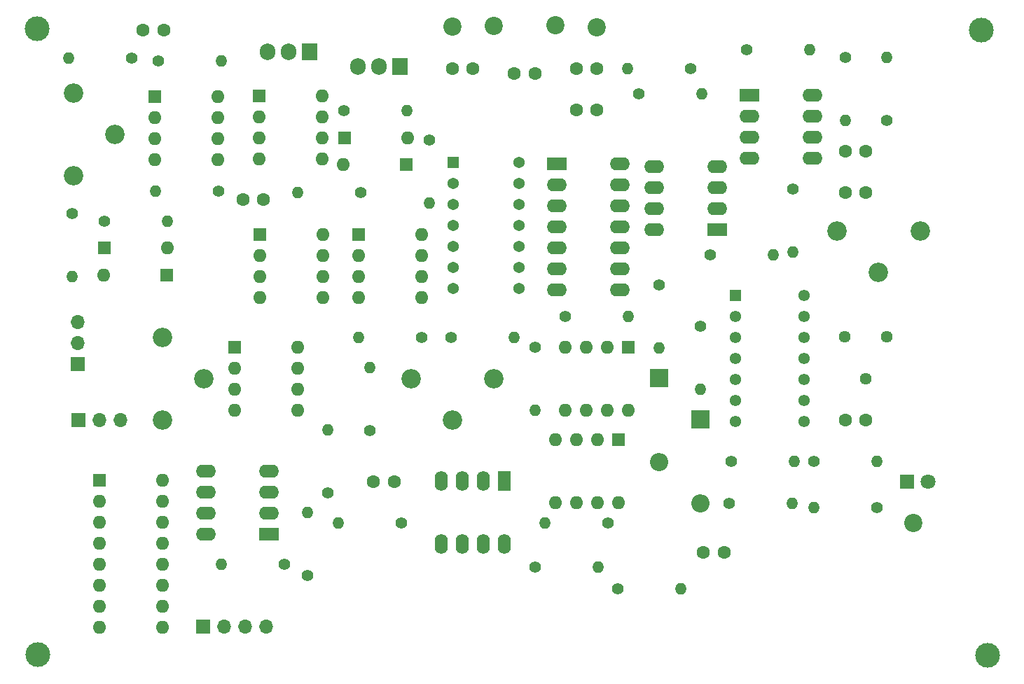
<source format=gbr>
%TF.GenerationSoftware,KiCad,Pcbnew,7.0.10*%
%TF.CreationDate,2024-04-02T15:07:52+05:30*%
%TF.ProjectId,Metal_detector,4d657461-6c5f-4646-9574-6563746f722e,rev?*%
%TF.SameCoordinates,Original*%
%TF.FileFunction,Soldermask,Bot*%
%TF.FilePolarity,Negative*%
%FSLAX46Y46*%
G04 Gerber Fmt 4.6, Leading zero omitted, Abs format (unit mm)*
G04 Created by KiCad (PCBNEW 7.0.10) date 2024-04-02 15:07:52*
%MOMM*%
%LPD*%
G01*
G04 APERTURE LIST*
G04 Aperture macros list*
%AMRoundRect*
0 Rectangle with rounded corners*
0 $1 Rounding radius*
0 $2 $3 $4 $5 $6 $7 $8 $9 X,Y pos of 4 corners*
0 Add a 4 corners polygon primitive as box body*
4,1,4,$2,$3,$4,$5,$6,$7,$8,$9,$2,$3,0*
0 Add four circle primitives for the rounded corners*
1,1,$1+$1,$2,$3*
1,1,$1+$1,$4,$5*
1,1,$1+$1,$6,$7*
1,1,$1+$1,$8,$9*
0 Add four rect primitives between the rounded corners*
20,1,$1+$1,$2,$3,$4,$5,0*
20,1,$1+$1,$4,$5,$6,$7,0*
20,1,$1+$1,$6,$7,$8,$9,0*
20,1,$1+$1,$8,$9,$2,$3,0*%
G04 Aperture macros list end*
%ADD10C,1.400000*%
%ADD11O,1.400000X1.400000*%
%ADD12R,1.905000X2.000000*%
%ADD13O,1.905000X2.000000*%
%ADD14R,1.600000X1.600000*%
%ADD15O,1.600000X1.600000*%
%ADD16R,1.700000X1.700000*%
%ADD17O,1.700000X1.700000*%
%ADD18R,2.200000X2.200000*%
%ADD19O,2.200000X2.200000*%
%ADD20C,3.000000*%
%ADD21C,1.600000*%
%ADD22C,2.200000*%
%ADD23R,2.400000X1.600000*%
%ADD24O,2.400000X1.600000*%
%ADD25R,1.800000X1.800000*%
%ADD26C,1.800000*%
%ADD27RoundRect,0.102000X-0.590000X-0.590000X0.590000X-0.590000X0.590000X0.590000X-0.590000X0.590000X0*%
%ADD28C,1.384000*%
%ADD29C,2.340000*%
%ADD30R,1.600000X2.400000*%
%ADD31O,1.600000X2.400000*%
%ADD32RoundRect,0.102000X-0.585000X-0.585000X0.585000X-0.585000X0.585000X0.585000X-0.585000X0.585000X0*%
%ADD33C,1.374000*%
%ADD34C,1.440000*%
G04 APERTURE END LIST*
D10*
%TO.C,R14*%
X90017600Y-85420200D03*
D11*
X97637600Y-85420200D03*
%TD*%
D10*
%TO.C,R13*%
X103505000Y-75107800D03*
D11*
X111125000Y-75107800D03*
%TD*%
D12*
%TO.C,Q1*%
X63652400Y-22270600D03*
D13*
X61112400Y-22270600D03*
X58572400Y-22270600D03*
%TD*%
D10*
%TO.C,R10*%
X103690000Y-70000000D03*
D11*
X111310000Y-70000000D03*
%TD*%
D10*
%TO.C,R7*%
X117500000Y-21190000D03*
D11*
X117500000Y-28810000D03*
%TD*%
D10*
%TO.C,R31*%
X31292800Y-21209000D03*
D11*
X23672800Y-21209000D03*
%TD*%
D14*
%TO.C,U1*%
X46644400Y-25791000D03*
D15*
X46644400Y-28331000D03*
X46644400Y-30871000D03*
X46644400Y-33411000D03*
X54264400Y-33411000D03*
X54264400Y-30871000D03*
X54264400Y-28331000D03*
X54264400Y-25791000D03*
%TD*%
D16*
%TO.C,J6*%
X24725000Y-58280000D03*
D17*
X24725000Y-55740000D03*
X24725000Y-53200000D03*
%TD*%
D18*
%TO.C,D5*%
X100000000Y-64920000D03*
D19*
X100000000Y-75080000D03*
%TD*%
D10*
%TO.C,R11*%
X111175000Y-37115000D03*
D11*
X111175000Y-44735000D03*
%TD*%
D10*
%TO.C,R35*%
X92550000Y-25600000D03*
D11*
X100170000Y-25600000D03*
%TD*%
D10*
%TO.C,R30*%
X41732200Y-37363400D03*
D11*
X34112200Y-37363400D03*
%TD*%
D20*
%TO.C,H1*%
X19786600Y-17703800D03*
%TD*%
D10*
%TO.C,R33*%
X27915000Y-40975000D03*
D11*
X35535000Y-40975000D03*
%TD*%
D20*
%TO.C,H2*%
X19939000Y-93345000D03*
%TD*%
D10*
%TO.C,R17*%
X55000000Y-73810000D03*
D11*
X55000000Y-66190000D03*
%TD*%
D21*
%TO.C,C2*%
X117500000Y-32500000D03*
X120000000Y-32500000D03*
%TD*%
D14*
%TO.C,D1*%
X56972200Y-30861000D03*
D15*
X64592200Y-30861000D03*
%TD*%
D22*
%TO.C,J4*%
X82500000Y-17297400D03*
%TD*%
D23*
%TO.C,IC1*%
X105950000Y-25775000D03*
D24*
X105950000Y-28315000D03*
X105950000Y-30855000D03*
X105950000Y-33395000D03*
X113570000Y-33395000D03*
X113570000Y-30855000D03*
X113570000Y-28315000D03*
X113570000Y-25775000D03*
%TD*%
D21*
%TO.C,C11*%
X100370000Y-81026000D03*
X102870000Y-81026000D03*
%TD*%
D22*
%TO.C,J8*%
X125750000Y-77475000D03*
%TD*%
D20*
%TO.C,H3*%
X133985000Y-17881600D03*
%TD*%
D25*
%TO.C,D6*%
X124960000Y-72500000D03*
D26*
X127500000Y-72500000D03*
%TD*%
D21*
%TO.C,C1*%
X77500000Y-23139400D03*
X80000000Y-23139400D03*
%TD*%
D10*
%TO.C,R2*%
X58978800Y-37541200D03*
D11*
X51358800Y-37541200D03*
%TD*%
D10*
%TO.C,R28*%
X67259200Y-31115000D03*
D11*
X67259200Y-38735000D03*
%TD*%
D22*
%TO.C,J2*%
X75000000Y-17348200D03*
%TD*%
D18*
%TO.C,D7*%
X95000000Y-59920000D03*
D19*
X95000000Y-70080000D03*
%TD*%
D23*
%TO.C,IC4*%
X102025000Y-41975000D03*
D24*
X102025000Y-39435000D03*
X102025000Y-36895000D03*
X102025000Y-34355000D03*
X94405000Y-34355000D03*
X94405000Y-36895000D03*
X94405000Y-39435000D03*
X94405000Y-41975000D03*
%TD*%
D22*
%TO.C,J3*%
X70000000Y-17475200D03*
%TD*%
D10*
%TO.C,R24*%
X69880000Y-55000000D03*
D11*
X77500000Y-55000000D03*
%TD*%
D14*
%TO.C,U11*%
X27380000Y-72300000D03*
D15*
X27380000Y-74840000D03*
X27380000Y-77380000D03*
X27380000Y-79920000D03*
X27380000Y-82460000D03*
X27380000Y-85000000D03*
X27380000Y-87540000D03*
X27380000Y-90080000D03*
X35000000Y-90080000D03*
X35000000Y-87540000D03*
X35000000Y-85000000D03*
X35000000Y-82460000D03*
X35000000Y-79920000D03*
X35000000Y-77380000D03*
X35000000Y-74840000D03*
X35000000Y-72300000D03*
%TD*%
D12*
%TO.C,Q2*%
X52755800Y-20472400D03*
D13*
X50215800Y-20472400D03*
X47675800Y-20472400D03*
%TD*%
D22*
%TO.C,J7*%
X87500000Y-17500000D03*
%TD*%
D10*
%TO.C,R12*%
X113690000Y-70000000D03*
D11*
X121310000Y-70000000D03*
%TD*%
D10*
%TO.C,R3*%
X98810000Y-22500000D03*
D11*
X91190000Y-22500000D03*
%TD*%
D21*
%TO.C,C6*%
X44698600Y-38354000D03*
X47198600Y-38354000D03*
%TD*%
D11*
%TO.C,R9*%
X113741200Y-75565000D03*
D10*
X121361200Y-75565000D03*
%TD*%
D14*
%TO.C,U2*%
X34046000Y-25867200D03*
D15*
X34046000Y-28407200D03*
X34046000Y-30947200D03*
X34046000Y-33487200D03*
X41666000Y-33487200D03*
X41666000Y-30947200D03*
X41666000Y-28407200D03*
X41666000Y-25867200D03*
%TD*%
D23*
%TO.C,IC2*%
X47875000Y-78850000D03*
D24*
X47875000Y-76310000D03*
X47875000Y-73770000D03*
X47875000Y-71230000D03*
X40255000Y-71230000D03*
X40255000Y-73770000D03*
X40255000Y-76310000D03*
X40255000Y-78850000D03*
%TD*%
D16*
%TO.C,J1*%
X39920000Y-90000000D03*
D17*
X42460000Y-90000000D03*
X45000000Y-90000000D03*
X47540000Y-90000000D03*
%TD*%
D14*
%TO.C,U7*%
X43700000Y-56200000D03*
D15*
X43700000Y-58740000D03*
X43700000Y-61280000D03*
X43700000Y-63820000D03*
X51320000Y-63820000D03*
X51320000Y-61280000D03*
X51320000Y-58740000D03*
X51320000Y-56200000D03*
%TD*%
D10*
%TO.C,R50*%
X52500000Y-83810000D03*
D11*
X52500000Y-76190000D03*
%TD*%
D21*
%TO.C,C4*%
X120000000Y-65000000D03*
X117500000Y-65000000D03*
%TD*%
D14*
%TO.C,U10*%
X46746000Y-42580400D03*
D15*
X46746000Y-45120400D03*
X46746000Y-47660400D03*
X46746000Y-50200400D03*
X54366000Y-50200400D03*
X54366000Y-47660400D03*
X54366000Y-45120400D03*
X54366000Y-42580400D03*
%TD*%
D10*
%TO.C,R26*%
X83690000Y-52500000D03*
D11*
X91310000Y-52500000D03*
%TD*%
D10*
%TO.C,R20*%
X80010000Y-82804000D03*
D11*
X87630000Y-82804000D03*
%TD*%
D21*
%TO.C,C3*%
X120000000Y-37500000D03*
X117500000Y-37500000D03*
%TD*%
D14*
%TO.C,D4*%
X27990000Y-44225000D03*
D15*
X35610000Y-44225000D03*
%TD*%
D21*
%TO.C,C8*%
X70000000Y-22500000D03*
X72500000Y-22500000D03*
%TD*%
D27*
%TO.C,U3*%
X104245000Y-49960000D03*
D28*
X104245000Y-52500000D03*
X104245000Y-55040000D03*
X104245000Y-57580000D03*
X104245000Y-60120000D03*
X104245000Y-62660000D03*
X104245000Y-65200000D03*
X112500000Y-65200000D03*
X112500000Y-62660000D03*
X112500000Y-60120000D03*
X112500000Y-57580000D03*
X112500000Y-55040000D03*
X112500000Y-52500000D03*
X112500000Y-49960000D03*
%TD*%
D29*
%TO.C,RV3*%
X35000000Y-55000000D03*
X40000000Y-60000000D03*
X35000000Y-65000000D03*
%TD*%
D10*
%TO.C,R6*%
X100000000Y-53690000D03*
D11*
X100000000Y-61310000D03*
%TD*%
D10*
%TO.C,R27*%
X95000000Y-48690000D03*
D11*
X95000000Y-56310000D03*
%TD*%
D10*
%TO.C,R5*%
X101190000Y-45000000D03*
D11*
X108810000Y-45000000D03*
%TD*%
D10*
%TO.C,R21*%
X88810000Y-77500000D03*
D11*
X81190000Y-77500000D03*
%TD*%
D10*
%TO.C,R29*%
X34442400Y-21615400D03*
D11*
X42062400Y-21615400D03*
%TD*%
D20*
%TO.C,H4*%
X134721600Y-93472000D03*
%TD*%
D29*
%TO.C,RV5*%
X24195400Y-25454600D03*
X29195400Y-30454600D03*
X24195400Y-35454600D03*
%TD*%
D10*
%TO.C,R23*%
X66310000Y-55000000D03*
D11*
X58690000Y-55000000D03*
%TD*%
D30*
%TO.C,IC3*%
X76300000Y-72375000D03*
D31*
X73760000Y-72375000D03*
X71220000Y-72375000D03*
X68680000Y-72375000D03*
X68680000Y-79995000D03*
X71220000Y-79995000D03*
X73760000Y-79995000D03*
X76300000Y-79995000D03*
%TD*%
D21*
%TO.C,C10*%
X85000000Y-27500000D03*
X87500000Y-27500000D03*
%TD*%
D29*
%TO.C,RV4*%
X75000000Y-60000000D03*
X70000000Y-65000000D03*
X65000000Y-60000000D03*
%TD*%
D10*
%TO.C,R22*%
X60000000Y-66310000D03*
D11*
X60000000Y-58690000D03*
%TD*%
D10*
%TO.C,R8*%
X122500000Y-28810000D03*
D11*
X122500000Y-21190000D03*
%TD*%
D32*
%TO.C,U60*%
X70156500Y-33832800D03*
D33*
X70156500Y-36372800D03*
X70156500Y-38912800D03*
X70156500Y-41452800D03*
X70156500Y-43992800D03*
X70156500Y-46532800D03*
X70156500Y-49072800D03*
X78096500Y-49072800D03*
X78096500Y-46532800D03*
X78096500Y-43992800D03*
X78096500Y-41452800D03*
X78096500Y-38912800D03*
X78096500Y-36372800D03*
X78096500Y-33832800D03*
%TD*%
D10*
%TO.C,R19*%
X49682400Y-82500000D03*
D11*
X42062400Y-82500000D03*
%TD*%
D10*
%TO.C,R32*%
X24100000Y-40040000D03*
D11*
X24100000Y-47660000D03*
%TD*%
D10*
%TO.C,R4*%
X105590000Y-20275000D03*
D11*
X113210000Y-20275000D03*
%TD*%
D10*
%TO.C,R1*%
X56896000Y-27635200D03*
D11*
X64516000Y-27635200D03*
%TD*%
D10*
%TO.C,R25*%
X80000000Y-56190000D03*
D11*
X80000000Y-63810000D03*
%TD*%
D14*
%TO.C,D2*%
X64439800Y-34086800D03*
D15*
X56819800Y-34086800D03*
%TD*%
D21*
%TO.C,C9*%
X85000000Y-22500000D03*
X87500000Y-22500000D03*
%TD*%
D23*
%TO.C,IC5*%
X82675000Y-34075000D03*
D24*
X82675000Y-36615000D03*
X82675000Y-39155000D03*
X82675000Y-41695000D03*
X82675000Y-44235000D03*
X82675000Y-46775000D03*
X82675000Y-49315000D03*
X90295000Y-49315000D03*
X90295000Y-46775000D03*
X90295000Y-44235000D03*
X90295000Y-41695000D03*
X90295000Y-39155000D03*
X90295000Y-36615000D03*
X90295000Y-34075000D03*
%TD*%
D14*
%TO.C,U8*%
X90120000Y-67380000D03*
D15*
X87580000Y-67380000D03*
X85040000Y-67380000D03*
X82500000Y-67380000D03*
X82500000Y-75000000D03*
X85040000Y-75000000D03*
X87580000Y-75000000D03*
X90120000Y-75000000D03*
%TD*%
D16*
%TO.C,J5*%
X24820000Y-65025000D03*
D17*
X27360000Y-65025000D03*
X29900000Y-65025000D03*
%TD*%
D34*
%TO.C,RV2*%
X117460000Y-54920000D03*
X120000000Y-60000000D03*
X122540000Y-54920000D03*
%TD*%
D14*
%TO.C,U9*%
X91300000Y-56200000D03*
D15*
X88760000Y-56200000D03*
X86220000Y-56200000D03*
X83680000Y-56200000D03*
X83680000Y-63820000D03*
X86220000Y-63820000D03*
X88760000Y-63820000D03*
X91300000Y-63820000D03*
%TD*%
D14*
%TO.C,D3*%
X35515000Y-47525000D03*
D15*
X27895000Y-47525000D03*
%TD*%
D29*
%TO.C,RV1*%
X126550000Y-42200000D03*
X121550000Y-47200000D03*
X116550000Y-42200000D03*
%TD*%
D21*
%TO.C,C7*%
X35108200Y-17881600D03*
X32608200Y-17881600D03*
%TD*%
D14*
%TO.C,U50*%
X58674000Y-42570400D03*
D15*
X58674000Y-45110400D03*
X58674000Y-47650400D03*
X58674000Y-50190400D03*
X66294000Y-50190400D03*
X66294000Y-47650400D03*
X66294000Y-45110400D03*
X66294000Y-42570400D03*
%TD*%
D10*
%TO.C,R18*%
X63810000Y-77500000D03*
D11*
X56190000Y-77500000D03*
%TD*%
D21*
%TO.C,C5*%
X60500000Y-72500000D03*
X63000000Y-72500000D03*
%TD*%
M02*

</source>
